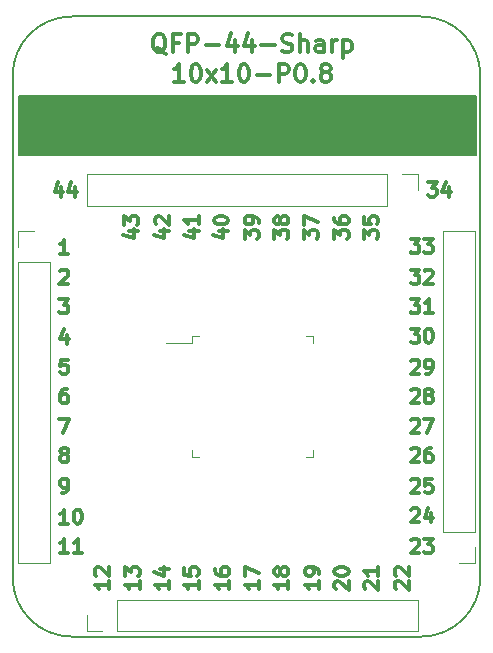
<source format=gbr>
G04 #@! TF.GenerationSoftware,KiCad,Pcbnew,5.1.4-e60b266~84~ubuntu19.04.1*
G04 #@! TF.CreationDate,2019-10-06T15:33:40+03:00*
G04 #@! TF.ProjectId,BRK-QFP-44-10x10-P0.8-Sharp,42524b2d-5146-4502-9d34-342d31307831,v1.0*
G04 #@! TF.SameCoordinates,Original*
G04 #@! TF.FileFunction,Legend,Top*
G04 #@! TF.FilePolarity,Positive*
%FSLAX46Y46*%
G04 Gerber Fmt 4.6, Leading zero omitted, Abs format (unit mm)*
G04 Created by KiCad (PCBNEW 5.1.4-e60b266~84~ubuntu19.04.1) date 2019-10-06 15:33:40*
%MOMM*%
%LPD*%
G04 APERTURE LIST*
%ADD10C,0.300000*%
%ADD11C,0.150000*%
%ADD12C,0.120000*%
G04 APERTURE END LIST*
D10*
X42919285Y-44842857D02*
X42919285Y-45642857D01*
X42633571Y-44385714D02*
X42347857Y-45242857D01*
X43090714Y-45242857D01*
X44062142Y-44842857D02*
X44062142Y-45642857D01*
X43776428Y-44385714D02*
X43490714Y-45242857D01*
X44233571Y-45242857D01*
X48642857Y-48580714D02*
X49442857Y-48580714D01*
X48185714Y-48866428D02*
X49042857Y-49152142D01*
X49042857Y-48409285D01*
X48242857Y-48066428D02*
X48242857Y-47323571D01*
X48700000Y-47723571D01*
X48700000Y-47552142D01*
X48757142Y-47437857D01*
X48814285Y-47380714D01*
X48928571Y-47323571D01*
X49214285Y-47323571D01*
X49328571Y-47380714D01*
X49385714Y-47437857D01*
X49442857Y-47552142D01*
X49442857Y-47895000D01*
X49385714Y-48009285D01*
X49328571Y-48066428D01*
X51242857Y-48580714D02*
X52042857Y-48580714D01*
X50785714Y-48866428D02*
X51642857Y-49152142D01*
X51642857Y-48409285D01*
X50957142Y-48009285D02*
X50900000Y-47952142D01*
X50842857Y-47837857D01*
X50842857Y-47552142D01*
X50900000Y-47437857D01*
X50957142Y-47380714D01*
X51071428Y-47323571D01*
X51185714Y-47323571D01*
X51357142Y-47380714D01*
X52042857Y-48066428D01*
X52042857Y-47323571D01*
X53742857Y-48580714D02*
X54542857Y-48580714D01*
X53285714Y-48866428D02*
X54142857Y-49152142D01*
X54142857Y-48409285D01*
X54542857Y-47323571D02*
X54542857Y-48009285D01*
X54542857Y-47666428D02*
X53342857Y-47666428D01*
X53514285Y-47780714D01*
X53628571Y-47895000D01*
X53685714Y-48009285D01*
X56242857Y-48580714D02*
X57042857Y-48580714D01*
X55785714Y-48866428D02*
X56642857Y-49152142D01*
X56642857Y-48409285D01*
X55842857Y-47723571D02*
X55842857Y-47609285D01*
X55900000Y-47495000D01*
X55957142Y-47437857D01*
X56071428Y-47380714D01*
X56300000Y-47323571D01*
X56585714Y-47323571D01*
X56814285Y-47380714D01*
X56928571Y-47437857D01*
X56985714Y-47495000D01*
X57042857Y-47609285D01*
X57042857Y-47723571D01*
X56985714Y-47837857D01*
X56928571Y-47895000D01*
X56814285Y-47952142D01*
X56585714Y-48009285D01*
X56300000Y-48009285D01*
X56071428Y-47952142D01*
X55957142Y-47895000D01*
X55900000Y-47837857D01*
X55842857Y-47723571D01*
X58442857Y-49209285D02*
X58442857Y-48466428D01*
X58900000Y-48866428D01*
X58900000Y-48695000D01*
X58957142Y-48580714D01*
X59014285Y-48523571D01*
X59128571Y-48466428D01*
X59414285Y-48466428D01*
X59528571Y-48523571D01*
X59585714Y-48580714D01*
X59642857Y-48695000D01*
X59642857Y-49037857D01*
X59585714Y-49152142D01*
X59528571Y-49209285D01*
X59642857Y-47895000D02*
X59642857Y-47666428D01*
X59585714Y-47552142D01*
X59528571Y-47495000D01*
X59357142Y-47380714D01*
X59128571Y-47323571D01*
X58671428Y-47323571D01*
X58557142Y-47380714D01*
X58500000Y-47437857D01*
X58442857Y-47552142D01*
X58442857Y-47780714D01*
X58500000Y-47895000D01*
X58557142Y-47952142D01*
X58671428Y-48009285D01*
X58957142Y-48009285D01*
X59071428Y-47952142D01*
X59128571Y-47895000D01*
X59185714Y-47780714D01*
X59185714Y-47552142D01*
X59128571Y-47437857D01*
X59071428Y-47380714D01*
X58957142Y-47323571D01*
X60942857Y-49209285D02*
X60942857Y-48466428D01*
X61400000Y-48866428D01*
X61400000Y-48695000D01*
X61457142Y-48580714D01*
X61514285Y-48523571D01*
X61628571Y-48466428D01*
X61914285Y-48466428D01*
X62028571Y-48523571D01*
X62085714Y-48580714D01*
X62142857Y-48695000D01*
X62142857Y-49037857D01*
X62085714Y-49152142D01*
X62028571Y-49209285D01*
X61457142Y-47780714D02*
X61400000Y-47895000D01*
X61342857Y-47952142D01*
X61228571Y-48009285D01*
X61171428Y-48009285D01*
X61057142Y-47952142D01*
X61000000Y-47895000D01*
X60942857Y-47780714D01*
X60942857Y-47552142D01*
X61000000Y-47437857D01*
X61057142Y-47380714D01*
X61171428Y-47323571D01*
X61228571Y-47323571D01*
X61342857Y-47380714D01*
X61400000Y-47437857D01*
X61457142Y-47552142D01*
X61457142Y-47780714D01*
X61514285Y-47895000D01*
X61571428Y-47952142D01*
X61685714Y-48009285D01*
X61914285Y-48009285D01*
X62028571Y-47952142D01*
X62085714Y-47895000D01*
X62142857Y-47780714D01*
X62142857Y-47552142D01*
X62085714Y-47437857D01*
X62028571Y-47380714D01*
X61914285Y-47323571D01*
X61685714Y-47323571D01*
X61571428Y-47380714D01*
X61514285Y-47437857D01*
X61457142Y-47552142D01*
X63442857Y-49209285D02*
X63442857Y-48466428D01*
X63900000Y-48866428D01*
X63900000Y-48695000D01*
X63957142Y-48580714D01*
X64014285Y-48523571D01*
X64128571Y-48466428D01*
X64414285Y-48466428D01*
X64528571Y-48523571D01*
X64585714Y-48580714D01*
X64642857Y-48695000D01*
X64642857Y-49037857D01*
X64585714Y-49152142D01*
X64528571Y-49209285D01*
X63442857Y-48066428D02*
X63442857Y-47266428D01*
X64642857Y-47780714D01*
X66042857Y-49209285D02*
X66042857Y-48466428D01*
X66500000Y-48866428D01*
X66500000Y-48695000D01*
X66557142Y-48580714D01*
X66614285Y-48523571D01*
X66728571Y-48466428D01*
X67014285Y-48466428D01*
X67128571Y-48523571D01*
X67185714Y-48580714D01*
X67242857Y-48695000D01*
X67242857Y-49037857D01*
X67185714Y-49152142D01*
X67128571Y-49209285D01*
X66042857Y-47437857D02*
X66042857Y-47666428D01*
X66100000Y-47780714D01*
X66157142Y-47837857D01*
X66328571Y-47952142D01*
X66557142Y-48009285D01*
X67014285Y-48009285D01*
X67128571Y-47952142D01*
X67185714Y-47895000D01*
X67242857Y-47780714D01*
X67242857Y-47552142D01*
X67185714Y-47437857D01*
X67128571Y-47380714D01*
X67014285Y-47323571D01*
X66728571Y-47323571D01*
X66614285Y-47380714D01*
X66557142Y-47437857D01*
X66500000Y-47552142D01*
X66500000Y-47780714D01*
X66557142Y-47895000D01*
X66614285Y-47952142D01*
X66728571Y-48009285D01*
X68542857Y-49209285D02*
X68542857Y-48466428D01*
X69000000Y-48866428D01*
X69000000Y-48695000D01*
X69057142Y-48580714D01*
X69114285Y-48523571D01*
X69228571Y-48466428D01*
X69514285Y-48466428D01*
X69628571Y-48523571D01*
X69685714Y-48580714D01*
X69742857Y-48695000D01*
X69742857Y-49037857D01*
X69685714Y-49152142D01*
X69628571Y-49209285D01*
X68542857Y-47380714D02*
X68542857Y-47952142D01*
X69114285Y-48009285D01*
X69057142Y-47952142D01*
X69000000Y-47837857D01*
X69000000Y-47552142D01*
X69057142Y-47437857D01*
X69114285Y-47380714D01*
X69228571Y-47323571D01*
X69514285Y-47323571D01*
X69628571Y-47380714D01*
X69685714Y-47437857D01*
X69742857Y-47552142D01*
X69742857Y-47837857D01*
X69685714Y-47952142D01*
X69628571Y-48009285D01*
X73966428Y-44442857D02*
X74709285Y-44442857D01*
X74309285Y-44900000D01*
X74480714Y-44900000D01*
X74595000Y-44957142D01*
X74652142Y-45014285D01*
X74709285Y-45128571D01*
X74709285Y-45414285D01*
X74652142Y-45528571D01*
X74595000Y-45585714D01*
X74480714Y-45642857D01*
X74137857Y-45642857D01*
X74023571Y-45585714D01*
X73966428Y-45528571D01*
X75737857Y-44842857D02*
X75737857Y-45642857D01*
X75452142Y-44385714D02*
X75166428Y-45242857D01*
X75909285Y-45242857D01*
X72490714Y-49242857D02*
X73233571Y-49242857D01*
X72833571Y-49700000D01*
X73005000Y-49700000D01*
X73119285Y-49757142D01*
X73176428Y-49814285D01*
X73233571Y-49928571D01*
X73233571Y-50214285D01*
X73176428Y-50328571D01*
X73119285Y-50385714D01*
X73005000Y-50442857D01*
X72662142Y-50442857D01*
X72547857Y-50385714D01*
X72490714Y-50328571D01*
X73633571Y-49242857D02*
X74376428Y-49242857D01*
X73976428Y-49700000D01*
X74147857Y-49700000D01*
X74262142Y-49757142D01*
X74319285Y-49814285D01*
X74376428Y-49928571D01*
X74376428Y-50214285D01*
X74319285Y-50328571D01*
X74262142Y-50385714D01*
X74147857Y-50442857D01*
X73805000Y-50442857D01*
X73690714Y-50385714D01*
X73633571Y-50328571D01*
X72490714Y-51842857D02*
X73233571Y-51842857D01*
X72833571Y-52300000D01*
X73005000Y-52300000D01*
X73119285Y-52357142D01*
X73176428Y-52414285D01*
X73233571Y-52528571D01*
X73233571Y-52814285D01*
X73176428Y-52928571D01*
X73119285Y-52985714D01*
X73005000Y-53042857D01*
X72662142Y-53042857D01*
X72547857Y-52985714D01*
X72490714Y-52928571D01*
X73690714Y-51957142D02*
X73747857Y-51900000D01*
X73862142Y-51842857D01*
X74147857Y-51842857D01*
X74262142Y-51900000D01*
X74319285Y-51957142D01*
X74376428Y-52071428D01*
X74376428Y-52185714D01*
X74319285Y-52357142D01*
X73633571Y-53042857D01*
X74376428Y-53042857D01*
X72490714Y-54342857D02*
X73233571Y-54342857D01*
X72833571Y-54800000D01*
X73005000Y-54800000D01*
X73119285Y-54857142D01*
X73176428Y-54914285D01*
X73233571Y-55028571D01*
X73233571Y-55314285D01*
X73176428Y-55428571D01*
X73119285Y-55485714D01*
X73005000Y-55542857D01*
X72662142Y-55542857D01*
X72547857Y-55485714D01*
X72490714Y-55428571D01*
X74376428Y-55542857D02*
X73690714Y-55542857D01*
X74033571Y-55542857D02*
X74033571Y-54342857D01*
X73919285Y-54514285D01*
X73805000Y-54628571D01*
X73690714Y-54685714D01*
X72490714Y-56842857D02*
X73233571Y-56842857D01*
X72833571Y-57300000D01*
X73005000Y-57300000D01*
X73119285Y-57357142D01*
X73176428Y-57414285D01*
X73233571Y-57528571D01*
X73233571Y-57814285D01*
X73176428Y-57928571D01*
X73119285Y-57985714D01*
X73005000Y-58042857D01*
X72662142Y-58042857D01*
X72547857Y-57985714D01*
X72490714Y-57928571D01*
X73976428Y-56842857D02*
X74090714Y-56842857D01*
X74205000Y-56900000D01*
X74262142Y-56957142D01*
X74319285Y-57071428D01*
X74376428Y-57300000D01*
X74376428Y-57585714D01*
X74319285Y-57814285D01*
X74262142Y-57928571D01*
X74205000Y-57985714D01*
X74090714Y-58042857D01*
X73976428Y-58042857D01*
X73862142Y-57985714D01*
X73805000Y-57928571D01*
X73747857Y-57814285D01*
X73690714Y-57585714D01*
X73690714Y-57300000D01*
X73747857Y-57071428D01*
X73805000Y-56957142D01*
X73862142Y-56900000D01*
X73976428Y-56842857D01*
X72547857Y-59557142D02*
X72605000Y-59500000D01*
X72719285Y-59442857D01*
X73005000Y-59442857D01*
X73119285Y-59500000D01*
X73176428Y-59557142D01*
X73233571Y-59671428D01*
X73233571Y-59785714D01*
X73176428Y-59957142D01*
X72490714Y-60642857D01*
X73233571Y-60642857D01*
X73805000Y-60642857D02*
X74033571Y-60642857D01*
X74147857Y-60585714D01*
X74205000Y-60528571D01*
X74319285Y-60357142D01*
X74376428Y-60128571D01*
X74376428Y-59671428D01*
X74319285Y-59557142D01*
X74262142Y-59500000D01*
X74147857Y-59442857D01*
X73919285Y-59442857D01*
X73805000Y-59500000D01*
X73747857Y-59557142D01*
X73690714Y-59671428D01*
X73690714Y-59957142D01*
X73747857Y-60071428D01*
X73805000Y-60128571D01*
X73919285Y-60185714D01*
X74147857Y-60185714D01*
X74262142Y-60128571D01*
X74319285Y-60071428D01*
X74376428Y-59957142D01*
X72547857Y-62057142D02*
X72605000Y-62000000D01*
X72719285Y-61942857D01*
X73005000Y-61942857D01*
X73119285Y-62000000D01*
X73176428Y-62057142D01*
X73233571Y-62171428D01*
X73233571Y-62285714D01*
X73176428Y-62457142D01*
X72490714Y-63142857D01*
X73233571Y-63142857D01*
X73919285Y-62457142D02*
X73805000Y-62400000D01*
X73747857Y-62342857D01*
X73690714Y-62228571D01*
X73690714Y-62171428D01*
X73747857Y-62057142D01*
X73805000Y-62000000D01*
X73919285Y-61942857D01*
X74147857Y-61942857D01*
X74262142Y-62000000D01*
X74319285Y-62057142D01*
X74376428Y-62171428D01*
X74376428Y-62228571D01*
X74319285Y-62342857D01*
X74262142Y-62400000D01*
X74147857Y-62457142D01*
X73919285Y-62457142D01*
X73805000Y-62514285D01*
X73747857Y-62571428D01*
X73690714Y-62685714D01*
X73690714Y-62914285D01*
X73747857Y-63028571D01*
X73805000Y-63085714D01*
X73919285Y-63142857D01*
X74147857Y-63142857D01*
X74262142Y-63085714D01*
X74319285Y-63028571D01*
X74376428Y-62914285D01*
X74376428Y-62685714D01*
X74319285Y-62571428D01*
X74262142Y-62514285D01*
X74147857Y-62457142D01*
X72547857Y-64557142D02*
X72605000Y-64500000D01*
X72719285Y-64442857D01*
X73005000Y-64442857D01*
X73119285Y-64500000D01*
X73176428Y-64557142D01*
X73233571Y-64671428D01*
X73233571Y-64785714D01*
X73176428Y-64957142D01*
X72490714Y-65642857D01*
X73233571Y-65642857D01*
X73633571Y-64442857D02*
X74433571Y-64442857D01*
X73919285Y-65642857D01*
X72547857Y-67057142D02*
X72605000Y-67000000D01*
X72719285Y-66942857D01*
X73005000Y-66942857D01*
X73119285Y-67000000D01*
X73176428Y-67057142D01*
X73233571Y-67171428D01*
X73233571Y-67285714D01*
X73176428Y-67457142D01*
X72490714Y-68142857D01*
X73233571Y-68142857D01*
X74262142Y-66942857D02*
X74033571Y-66942857D01*
X73919285Y-67000000D01*
X73862142Y-67057142D01*
X73747857Y-67228571D01*
X73690714Y-67457142D01*
X73690714Y-67914285D01*
X73747857Y-68028571D01*
X73805000Y-68085714D01*
X73919285Y-68142857D01*
X74147857Y-68142857D01*
X74262142Y-68085714D01*
X74319285Y-68028571D01*
X74376428Y-67914285D01*
X74376428Y-67628571D01*
X74319285Y-67514285D01*
X74262142Y-67457142D01*
X74147857Y-67400000D01*
X73919285Y-67400000D01*
X73805000Y-67457142D01*
X73747857Y-67514285D01*
X73690714Y-67628571D01*
X72547857Y-69657142D02*
X72605000Y-69600000D01*
X72719285Y-69542857D01*
X73005000Y-69542857D01*
X73119285Y-69600000D01*
X73176428Y-69657142D01*
X73233571Y-69771428D01*
X73233571Y-69885714D01*
X73176428Y-70057142D01*
X72490714Y-70742857D01*
X73233571Y-70742857D01*
X74319285Y-69542857D02*
X73747857Y-69542857D01*
X73690714Y-70114285D01*
X73747857Y-70057142D01*
X73862142Y-70000000D01*
X74147857Y-70000000D01*
X74262142Y-70057142D01*
X74319285Y-70114285D01*
X74376428Y-70228571D01*
X74376428Y-70514285D01*
X74319285Y-70628571D01*
X74262142Y-70685714D01*
X74147857Y-70742857D01*
X73862142Y-70742857D01*
X73747857Y-70685714D01*
X73690714Y-70628571D01*
X72547857Y-72157142D02*
X72605000Y-72100000D01*
X72719285Y-72042857D01*
X73005000Y-72042857D01*
X73119285Y-72100000D01*
X73176428Y-72157142D01*
X73233571Y-72271428D01*
X73233571Y-72385714D01*
X73176428Y-72557142D01*
X72490714Y-73242857D01*
X73233571Y-73242857D01*
X74262142Y-72442857D02*
X74262142Y-73242857D01*
X73976428Y-71985714D02*
X73690714Y-72842857D01*
X74433571Y-72842857D01*
X72547857Y-74757142D02*
X72605000Y-74700000D01*
X72719285Y-74642857D01*
X73005000Y-74642857D01*
X73119285Y-74700000D01*
X73176428Y-74757142D01*
X73233571Y-74871428D01*
X73233571Y-74985714D01*
X73176428Y-75157142D01*
X72490714Y-75842857D01*
X73233571Y-75842857D01*
X73633571Y-74642857D02*
X74376428Y-74642857D01*
X73976428Y-75100000D01*
X74147857Y-75100000D01*
X74262142Y-75157142D01*
X74319285Y-75214285D01*
X74376428Y-75328571D01*
X74376428Y-75614285D01*
X74319285Y-75728571D01*
X74262142Y-75785714D01*
X74147857Y-75842857D01*
X73805000Y-75842857D01*
X73690714Y-75785714D01*
X73633571Y-75728571D01*
X71257142Y-78876428D02*
X71200000Y-78819285D01*
X71142857Y-78705000D01*
X71142857Y-78419285D01*
X71200000Y-78305000D01*
X71257142Y-78247857D01*
X71371428Y-78190714D01*
X71485714Y-78190714D01*
X71657142Y-78247857D01*
X72342857Y-78933571D01*
X72342857Y-78190714D01*
X71257142Y-77733571D02*
X71200000Y-77676428D01*
X71142857Y-77562142D01*
X71142857Y-77276428D01*
X71200000Y-77162142D01*
X71257142Y-77105000D01*
X71371428Y-77047857D01*
X71485714Y-77047857D01*
X71657142Y-77105000D01*
X72342857Y-77790714D01*
X72342857Y-77047857D01*
X68657142Y-78876428D02*
X68600000Y-78819285D01*
X68542857Y-78705000D01*
X68542857Y-78419285D01*
X68600000Y-78305000D01*
X68657142Y-78247857D01*
X68771428Y-78190714D01*
X68885714Y-78190714D01*
X69057142Y-78247857D01*
X69742857Y-78933571D01*
X69742857Y-78190714D01*
X69742857Y-77047857D02*
X69742857Y-77733571D01*
X69742857Y-77390714D02*
X68542857Y-77390714D01*
X68714285Y-77505000D01*
X68828571Y-77619285D01*
X68885714Y-77733571D01*
X66157142Y-78876428D02*
X66100000Y-78819285D01*
X66042857Y-78705000D01*
X66042857Y-78419285D01*
X66100000Y-78305000D01*
X66157142Y-78247857D01*
X66271428Y-78190714D01*
X66385714Y-78190714D01*
X66557142Y-78247857D01*
X67242857Y-78933571D01*
X67242857Y-78190714D01*
X66042857Y-77447857D02*
X66042857Y-77333571D01*
X66100000Y-77219285D01*
X66157142Y-77162142D01*
X66271428Y-77105000D01*
X66500000Y-77047857D01*
X66785714Y-77047857D01*
X67014285Y-77105000D01*
X67128571Y-77162142D01*
X67185714Y-77219285D01*
X67242857Y-77333571D01*
X67242857Y-77447857D01*
X67185714Y-77562142D01*
X67128571Y-77619285D01*
X67014285Y-77676428D01*
X66785714Y-77733571D01*
X66500000Y-77733571D01*
X66271428Y-77676428D01*
X66157142Y-77619285D01*
X66100000Y-77562142D01*
X66042857Y-77447857D01*
X64742857Y-78190714D02*
X64742857Y-78876428D01*
X64742857Y-78533571D02*
X63542857Y-78533571D01*
X63714285Y-78647857D01*
X63828571Y-78762142D01*
X63885714Y-78876428D01*
X64742857Y-77619285D02*
X64742857Y-77390714D01*
X64685714Y-77276428D01*
X64628571Y-77219285D01*
X64457142Y-77105000D01*
X64228571Y-77047857D01*
X63771428Y-77047857D01*
X63657142Y-77105000D01*
X63600000Y-77162142D01*
X63542857Y-77276428D01*
X63542857Y-77505000D01*
X63600000Y-77619285D01*
X63657142Y-77676428D01*
X63771428Y-77733571D01*
X64057142Y-77733571D01*
X64171428Y-77676428D01*
X64228571Y-77619285D01*
X64285714Y-77505000D01*
X64285714Y-77276428D01*
X64228571Y-77162142D01*
X64171428Y-77105000D01*
X64057142Y-77047857D01*
X62142857Y-78190714D02*
X62142857Y-78876428D01*
X62142857Y-78533571D02*
X60942857Y-78533571D01*
X61114285Y-78647857D01*
X61228571Y-78762142D01*
X61285714Y-78876428D01*
X61457142Y-77505000D02*
X61400000Y-77619285D01*
X61342857Y-77676428D01*
X61228571Y-77733571D01*
X61171428Y-77733571D01*
X61057142Y-77676428D01*
X61000000Y-77619285D01*
X60942857Y-77505000D01*
X60942857Y-77276428D01*
X61000000Y-77162142D01*
X61057142Y-77105000D01*
X61171428Y-77047857D01*
X61228571Y-77047857D01*
X61342857Y-77105000D01*
X61400000Y-77162142D01*
X61457142Y-77276428D01*
X61457142Y-77505000D01*
X61514285Y-77619285D01*
X61571428Y-77676428D01*
X61685714Y-77733571D01*
X61914285Y-77733571D01*
X62028571Y-77676428D01*
X62085714Y-77619285D01*
X62142857Y-77505000D01*
X62142857Y-77276428D01*
X62085714Y-77162142D01*
X62028571Y-77105000D01*
X61914285Y-77047857D01*
X61685714Y-77047857D01*
X61571428Y-77105000D01*
X61514285Y-77162142D01*
X61457142Y-77276428D01*
X59642857Y-78190714D02*
X59642857Y-78876428D01*
X59642857Y-78533571D02*
X58442857Y-78533571D01*
X58614285Y-78647857D01*
X58728571Y-78762142D01*
X58785714Y-78876428D01*
X58442857Y-77790714D02*
X58442857Y-76990714D01*
X59642857Y-77505000D01*
X57142857Y-78190714D02*
X57142857Y-78876428D01*
X57142857Y-78533571D02*
X55942857Y-78533571D01*
X56114285Y-78647857D01*
X56228571Y-78762142D01*
X56285714Y-78876428D01*
X55942857Y-77162142D02*
X55942857Y-77390714D01*
X56000000Y-77505000D01*
X56057142Y-77562142D01*
X56228571Y-77676428D01*
X56457142Y-77733571D01*
X56914285Y-77733571D01*
X57028571Y-77676428D01*
X57085714Y-77619285D01*
X57142857Y-77505000D01*
X57142857Y-77276428D01*
X57085714Y-77162142D01*
X57028571Y-77105000D01*
X56914285Y-77047857D01*
X56628571Y-77047857D01*
X56514285Y-77105000D01*
X56457142Y-77162142D01*
X56400000Y-77276428D01*
X56400000Y-77505000D01*
X56457142Y-77619285D01*
X56514285Y-77676428D01*
X56628571Y-77733571D01*
X54542857Y-78190714D02*
X54542857Y-78876428D01*
X54542857Y-78533571D02*
X53342857Y-78533571D01*
X53514285Y-78647857D01*
X53628571Y-78762142D01*
X53685714Y-78876428D01*
X53342857Y-77105000D02*
X53342857Y-77676428D01*
X53914285Y-77733571D01*
X53857142Y-77676428D01*
X53800000Y-77562142D01*
X53800000Y-77276428D01*
X53857142Y-77162142D01*
X53914285Y-77105000D01*
X54028571Y-77047857D01*
X54314285Y-77047857D01*
X54428571Y-77105000D01*
X54485714Y-77162142D01*
X54542857Y-77276428D01*
X54542857Y-77562142D01*
X54485714Y-77676428D01*
X54428571Y-77733571D01*
X52042857Y-78190714D02*
X52042857Y-78876428D01*
X52042857Y-78533571D02*
X50842857Y-78533571D01*
X51014285Y-78647857D01*
X51128571Y-78762142D01*
X51185714Y-78876428D01*
X51242857Y-77162142D02*
X52042857Y-77162142D01*
X50785714Y-77447857D02*
X51642857Y-77733571D01*
X51642857Y-76990714D01*
D11*
X73400000Y-30400000D02*
G75*
G02X78400000Y-35400000I0J-5000000D01*
G01*
X38800000Y-35400000D02*
G75*
G02X43800000Y-30400000I5000000J0D01*
G01*
X78400000Y-77900000D02*
G75*
G02X73400000Y-82900000I-5000000J0D01*
G01*
D10*
X43509285Y-73342857D02*
X42823571Y-73342857D01*
X43166428Y-73342857D02*
X43166428Y-72142857D01*
X43052142Y-72314285D01*
X42937857Y-72428571D01*
X42823571Y-72485714D01*
X44252142Y-72142857D02*
X44366428Y-72142857D01*
X44480714Y-72200000D01*
X44537857Y-72257142D01*
X44595000Y-72371428D01*
X44652142Y-72600000D01*
X44652142Y-72885714D01*
X44595000Y-73114285D01*
X44537857Y-73228571D01*
X44480714Y-73285714D01*
X44366428Y-73342857D01*
X44252142Y-73342857D01*
X44137857Y-73285714D01*
X44080714Y-73228571D01*
X44023571Y-73114285D01*
X43966428Y-72885714D01*
X43966428Y-72600000D01*
X44023571Y-72371428D01*
X44080714Y-72257142D01*
X44137857Y-72200000D01*
X44252142Y-72142857D01*
X42937857Y-70742857D02*
X43166428Y-70742857D01*
X43280714Y-70685714D01*
X43337857Y-70628571D01*
X43452142Y-70457142D01*
X43509285Y-70228571D01*
X43509285Y-69771428D01*
X43452142Y-69657142D01*
X43395000Y-69600000D01*
X43280714Y-69542857D01*
X43052142Y-69542857D01*
X42937857Y-69600000D01*
X42880714Y-69657142D01*
X42823571Y-69771428D01*
X42823571Y-70057142D01*
X42880714Y-70171428D01*
X42937857Y-70228571D01*
X43052142Y-70285714D01*
X43280714Y-70285714D01*
X43395000Y-70228571D01*
X43452142Y-70171428D01*
X43509285Y-70057142D01*
X43052142Y-67457142D02*
X42937857Y-67400000D01*
X42880714Y-67342857D01*
X42823571Y-67228571D01*
X42823571Y-67171428D01*
X42880714Y-67057142D01*
X42937857Y-67000000D01*
X43052142Y-66942857D01*
X43280714Y-66942857D01*
X43395000Y-67000000D01*
X43452142Y-67057142D01*
X43509285Y-67171428D01*
X43509285Y-67228571D01*
X43452142Y-67342857D01*
X43395000Y-67400000D01*
X43280714Y-67457142D01*
X43052142Y-67457142D01*
X42937857Y-67514285D01*
X42880714Y-67571428D01*
X42823571Y-67685714D01*
X42823571Y-67914285D01*
X42880714Y-68028571D01*
X42937857Y-68085714D01*
X43052142Y-68142857D01*
X43280714Y-68142857D01*
X43395000Y-68085714D01*
X43452142Y-68028571D01*
X43509285Y-67914285D01*
X43509285Y-67685714D01*
X43452142Y-67571428D01*
X43395000Y-67514285D01*
X43280714Y-67457142D01*
X42766428Y-64442857D02*
X43566428Y-64442857D01*
X43052142Y-65642857D01*
X43395000Y-61942857D02*
X43166428Y-61942857D01*
X43052142Y-62000000D01*
X42995000Y-62057142D01*
X42880714Y-62228571D01*
X42823571Y-62457142D01*
X42823571Y-62914285D01*
X42880714Y-63028571D01*
X42937857Y-63085714D01*
X43052142Y-63142857D01*
X43280714Y-63142857D01*
X43395000Y-63085714D01*
X43452142Y-63028571D01*
X43509285Y-62914285D01*
X43509285Y-62628571D01*
X43452142Y-62514285D01*
X43395000Y-62457142D01*
X43280714Y-62400000D01*
X43052142Y-62400000D01*
X42937857Y-62457142D01*
X42880714Y-62514285D01*
X42823571Y-62628571D01*
X43452142Y-59442857D02*
X42880714Y-59442857D01*
X42823571Y-60014285D01*
X42880714Y-59957142D01*
X42995000Y-59900000D01*
X43280714Y-59900000D01*
X43395000Y-59957142D01*
X43452142Y-60014285D01*
X43509285Y-60128571D01*
X43509285Y-60414285D01*
X43452142Y-60528571D01*
X43395000Y-60585714D01*
X43280714Y-60642857D01*
X42995000Y-60642857D01*
X42880714Y-60585714D01*
X42823571Y-60528571D01*
X43395000Y-57342857D02*
X43395000Y-58142857D01*
X43109285Y-56885714D02*
X42823571Y-57742857D01*
X43566428Y-57742857D01*
X42766428Y-54342857D02*
X43509285Y-54342857D01*
X43109285Y-54800000D01*
X43280714Y-54800000D01*
X43395000Y-54857142D01*
X43452142Y-54914285D01*
X43509285Y-55028571D01*
X43509285Y-55314285D01*
X43452142Y-55428571D01*
X43395000Y-55485714D01*
X43280714Y-55542857D01*
X42937857Y-55542857D01*
X42823571Y-55485714D01*
X42766428Y-55428571D01*
X49542857Y-78190714D02*
X49542857Y-78876428D01*
X49542857Y-78533571D02*
X48342857Y-78533571D01*
X48514285Y-78647857D01*
X48628571Y-78762142D01*
X48685714Y-78876428D01*
X48342857Y-77790714D02*
X48342857Y-77047857D01*
X48800000Y-77447857D01*
X48800000Y-77276428D01*
X48857142Y-77162142D01*
X48914285Y-77105000D01*
X49028571Y-77047857D01*
X49314285Y-77047857D01*
X49428571Y-77105000D01*
X49485714Y-77162142D01*
X49542857Y-77276428D01*
X49542857Y-77619285D01*
X49485714Y-77733571D01*
X49428571Y-77790714D01*
X46942857Y-78190714D02*
X46942857Y-78876428D01*
X46942857Y-78533571D02*
X45742857Y-78533571D01*
X45914285Y-78647857D01*
X46028571Y-78762142D01*
X46085714Y-78876428D01*
X45857142Y-77733571D02*
X45800000Y-77676428D01*
X45742857Y-77562142D01*
X45742857Y-77276428D01*
X45800000Y-77162142D01*
X45857142Y-77105000D01*
X45971428Y-77047857D01*
X46085714Y-77047857D01*
X46257142Y-77105000D01*
X46942857Y-77790714D01*
X46942857Y-77047857D01*
X43509285Y-75842857D02*
X42823571Y-75842857D01*
X43166428Y-75842857D02*
X43166428Y-74642857D01*
X43052142Y-74814285D01*
X42937857Y-74928571D01*
X42823571Y-74985714D01*
X44652142Y-75842857D02*
X43966428Y-75842857D01*
X44309285Y-75842857D02*
X44309285Y-74642857D01*
X44195000Y-74814285D01*
X44080714Y-74928571D01*
X43966428Y-74985714D01*
X42823571Y-51957142D02*
X42880714Y-51900000D01*
X42995000Y-51842857D01*
X43280714Y-51842857D01*
X43395000Y-51900000D01*
X43452142Y-51957142D01*
X43509285Y-52071428D01*
X43509285Y-52185714D01*
X43452142Y-52357142D01*
X42766428Y-53042857D01*
X43509285Y-53042857D01*
D11*
X43800000Y-82900000D02*
G75*
G02X38800000Y-77900000I0J5000000D01*
G01*
D10*
X43509285Y-50542857D02*
X42823571Y-50542857D01*
X43166428Y-50542857D02*
X43166428Y-49342857D01*
X43052142Y-49514285D01*
X42937857Y-49628571D01*
X42823571Y-49685714D01*
D11*
X73400000Y-82900000D02*
X43800000Y-82900000D01*
G36*
X78000000Y-42100000D02*
G01*
X39300000Y-42100000D01*
X39300000Y-37100000D01*
X78000000Y-37100000D01*
X78000000Y-42100000D01*
G37*
X78000000Y-42100000D02*
X39300000Y-42100000D01*
X39300000Y-37100000D01*
X78000000Y-37100000D01*
X78000000Y-42100000D01*
X78400000Y-35400000D02*
X78400000Y-77900000D01*
D10*
X51778571Y-33546428D02*
X51635714Y-33475000D01*
X51492857Y-33332142D01*
X51278571Y-33117857D01*
X51135714Y-33046428D01*
X50992857Y-33046428D01*
X51064285Y-33403571D02*
X50921428Y-33332142D01*
X50778571Y-33189285D01*
X50707142Y-32903571D01*
X50707142Y-32403571D01*
X50778571Y-32117857D01*
X50921428Y-31975000D01*
X51064285Y-31903571D01*
X51349999Y-31903571D01*
X51492857Y-31975000D01*
X51635714Y-32117857D01*
X51707142Y-32403571D01*
X51707142Y-32903571D01*
X51635714Y-33189285D01*
X51492857Y-33332142D01*
X51349999Y-33403571D01*
X51064285Y-33403571D01*
X52849999Y-32617857D02*
X52349999Y-32617857D01*
X52349999Y-33403571D02*
X52349999Y-31903571D01*
X53064285Y-31903571D01*
X53635714Y-33403571D02*
X53635714Y-31903571D01*
X54207142Y-31903571D01*
X54349999Y-31975000D01*
X54421428Y-32046428D01*
X54492857Y-32189285D01*
X54492857Y-32403571D01*
X54421428Y-32546428D01*
X54349999Y-32617857D01*
X54207142Y-32689285D01*
X53635714Y-32689285D01*
X55135714Y-32832142D02*
X56278571Y-32832142D01*
X57635714Y-32403571D02*
X57635714Y-33403571D01*
X57278571Y-31832142D02*
X56921428Y-32903571D01*
X57849999Y-32903571D01*
X59064285Y-32403571D02*
X59064285Y-33403571D01*
X58707142Y-31832142D02*
X58349999Y-32903571D01*
X59278571Y-32903571D01*
X59849999Y-32832142D02*
X60992857Y-32832142D01*
X61635714Y-33332142D02*
X61850000Y-33403571D01*
X62207142Y-33403571D01*
X62350000Y-33332142D01*
X62421428Y-33260714D01*
X62492857Y-33117857D01*
X62492857Y-32975000D01*
X62421428Y-32832142D01*
X62350000Y-32760714D01*
X62207142Y-32689285D01*
X61921428Y-32617857D01*
X61778571Y-32546428D01*
X61707142Y-32475000D01*
X61635714Y-32332142D01*
X61635714Y-32189285D01*
X61707142Y-32046428D01*
X61778571Y-31975000D01*
X61921428Y-31903571D01*
X62278571Y-31903571D01*
X62492857Y-31975000D01*
X63135714Y-33403571D02*
X63135714Y-31903571D01*
X63778571Y-33403571D02*
X63778571Y-32617857D01*
X63707142Y-32475000D01*
X63564285Y-32403571D01*
X63350000Y-32403571D01*
X63207142Y-32475000D01*
X63135714Y-32546428D01*
X65135714Y-33403571D02*
X65135714Y-32617857D01*
X65064285Y-32475000D01*
X64921428Y-32403571D01*
X64635714Y-32403571D01*
X64492857Y-32475000D01*
X65135714Y-33332142D02*
X64992857Y-33403571D01*
X64635714Y-33403571D01*
X64492857Y-33332142D01*
X64421428Y-33189285D01*
X64421428Y-33046428D01*
X64492857Y-32903571D01*
X64635714Y-32832142D01*
X64992857Y-32832142D01*
X65135714Y-32760714D01*
X65849999Y-33403571D02*
X65849999Y-32403571D01*
X65849999Y-32689285D02*
X65921428Y-32546428D01*
X65992857Y-32475000D01*
X66135714Y-32403571D01*
X66278571Y-32403571D01*
X66778571Y-32403571D02*
X66778571Y-33903571D01*
X66778571Y-32475000D02*
X66921428Y-32403571D01*
X67207142Y-32403571D01*
X67350000Y-32475000D01*
X67421428Y-32546428D01*
X67492857Y-32689285D01*
X67492857Y-33117857D01*
X67421428Y-33260714D01*
X67350000Y-33332142D01*
X67207142Y-33403571D01*
X66921428Y-33403571D01*
X66778571Y-33332142D01*
X53314285Y-35953571D02*
X52457142Y-35953571D01*
X52885714Y-35953571D02*
X52885714Y-34453571D01*
X52742857Y-34667857D01*
X52599999Y-34810714D01*
X52457142Y-34882142D01*
X54242857Y-34453571D02*
X54385714Y-34453571D01*
X54528571Y-34525000D01*
X54599999Y-34596428D01*
X54671428Y-34739285D01*
X54742857Y-35025000D01*
X54742857Y-35382142D01*
X54671428Y-35667857D01*
X54599999Y-35810714D01*
X54528571Y-35882142D01*
X54385714Y-35953571D01*
X54242857Y-35953571D01*
X54099999Y-35882142D01*
X54028571Y-35810714D01*
X53957142Y-35667857D01*
X53885714Y-35382142D01*
X53885714Y-35025000D01*
X53957142Y-34739285D01*
X54028571Y-34596428D01*
X54099999Y-34525000D01*
X54242857Y-34453571D01*
X55242857Y-35953571D02*
X56028571Y-34953571D01*
X55242857Y-34953571D02*
X56028571Y-35953571D01*
X57385714Y-35953571D02*
X56528571Y-35953571D01*
X56957142Y-35953571D02*
X56957142Y-34453571D01*
X56814285Y-34667857D01*
X56671428Y-34810714D01*
X56528571Y-34882142D01*
X58314285Y-34453571D02*
X58457142Y-34453571D01*
X58599999Y-34525000D01*
X58671428Y-34596428D01*
X58742857Y-34739285D01*
X58814285Y-35025000D01*
X58814285Y-35382142D01*
X58742857Y-35667857D01*
X58671428Y-35810714D01*
X58599999Y-35882142D01*
X58457142Y-35953571D01*
X58314285Y-35953571D01*
X58171428Y-35882142D01*
X58099999Y-35810714D01*
X58028571Y-35667857D01*
X57957142Y-35382142D01*
X57957142Y-35025000D01*
X58028571Y-34739285D01*
X58099999Y-34596428D01*
X58171428Y-34525000D01*
X58314285Y-34453571D01*
X59457142Y-35382142D02*
X60599999Y-35382142D01*
X61314285Y-35953571D02*
X61314285Y-34453571D01*
X61885714Y-34453571D01*
X62028571Y-34525000D01*
X62099999Y-34596428D01*
X62171428Y-34739285D01*
X62171428Y-34953571D01*
X62099999Y-35096428D01*
X62028571Y-35167857D01*
X61885714Y-35239285D01*
X61314285Y-35239285D01*
X63099999Y-34453571D02*
X63242857Y-34453571D01*
X63385714Y-34525000D01*
X63457142Y-34596428D01*
X63528571Y-34739285D01*
X63599999Y-35025000D01*
X63599999Y-35382142D01*
X63528571Y-35667857D01*
X63457142Y-35810714D01*
X63385714Y-35882142D01*
X63242857Y-35953571D01*
X63099999Y-35953571D01*
X62957142Y-35882142D01*
X62885714Y-35810714D01*
X62814285Y-35667857D01*
X62742857Y-35382142D01*
X62742857Y-35025000D01*
X62814285Y-34739285D01*
X62885714Y-34596428D01*
X62957142Y-34525000D01*
X63099999Y-34453571D01*
X64242857Y-35810714D02*
X64314285Y-35882142D01*
X64242857Y-35953571D01*
X64171428Y-35882142D01*
X64242857Y-35810714D01*
X64242857Y-35953571D01*
X65171428Y-35096428D02*
X65028571Y-35025000D01*
X64957142Y-34953571D01*
X64885714Y-34810714D01*
X64885714Y-34739285D01*
X64957142Y-34596428D01*
X65028571Y-34525000D01*
X65171428Y-34453571D01*
X65457142Y-34453571D01*
X65599999Y-34525000D01*
X65671428Y-34596428D01*
X65742857Y-34739285D01*
X65742857Y-34810714D01*
X65671428Y-34953571D01*
X65599999Y-35025000D01*
X65457142Y-35096428D01*
X65171428Y-35096428D01*
X65028571Y-35167857D01*
X64957142Y-35239285D01*
X64885714Y-35382142D01*
X64885714Y-35667857D01*
X64957142Y-35810714D01*
X65028571Y-35882142D01*
X65171428Y-35953571D01*
X65457142Y-35953571D01*
X65599999Y-35882142D01*
X65671428Y-35810714D01*
X65742857Y-35667857D01*
X65742857Y-35382142D01*
X65671428Y-35239285D01*
X65599999Y-35167857D01*
X65457142Y-35096428D01*
D11*
X43800000Y-30400000D02*
X73400000Y-30400000D01*
X38800000Y-77900000D02*
X38800000Y-35400000D01*
D12*
X53990000Y-58065000D02*
X51800000Y-58065000D01*
X53990000Y-57490000D02*
X53990000Y-58065000D01*
X54565000Y-57490000D02*
X53990000Y-57490000D01*
X64210000Y-57490000D02*
X64210000Y-58065000D01*
X63635000Y-57490000D02*
X64210000Y-57490000D01*
X53990000Y-67710000D02*
X53990000Y-67135000D01*
X54565000Y-67710000D02*
X53990000Y-67710000D01*
X64210000Y-67710000D02*
X64210000Y-67135000D01*
X63635000Y-67710000D02*
X64210000Y-67710000D01*
X73130000Y-43770000D02*
X73130000Y-45100000D01*
X71800000Y-43770000D02*
X73130000Y-43770000D01*
X70530000Y-43770000D02*
X70530000Y-46430000D01*
X70530000Y-46430000D02*
X45070000Y-46430000D01*
X70530000Y-43770000D02*
X45070000Y-43770000D01*
X45070000Y-43770000D02*
X45070000Y-46430000D01*
X77930000Y-76630000D02*
X76600000Y-76630000D01*
X77930000Y-75300000D02*
X77930000Y-76630000D01*
X77930000Y-74030000D02*
X75270000Y-74030000D01*
X75270000Y-74030000D02*
X75270000Y-48570000D01*
X77930000Y-74030000D02*
X77930000Y-48570000D01*
X77930000Y-48570000D02*
X75270000Y-48570000D01*
X45070000Y-82430000D02*
X45070000Y-81100000D01*
X46400000Y-82430000D02*
X45070000Y-82430000D01*
X47670000Y-82430000D02*
X47670000Y-79770000D01*
X47670000Y-79770000D02*
X73130000Y-79770000D01*
X47670000Y-82430000D02*
X73130000Y-82430000D01*
X73130000Y-82430000D02*
X73130000Y-79770000D01*
X39270000Y-48570000D02*
X40600000Y-48570000D01*
X39270000Y-49900000D02*
X39270000Y-48570000D01*
X39270000Y-51170000D02*
X41930000Y-51170000D01*
X41930000Y-51170000D02*
X41930000Y-76630000D01*
X39270000Y-51170000D02*
X39270000Y-76630000D01*
X39270000Y-76630000D02*
X41930000Y-76630000D01*
M02*

</source>
